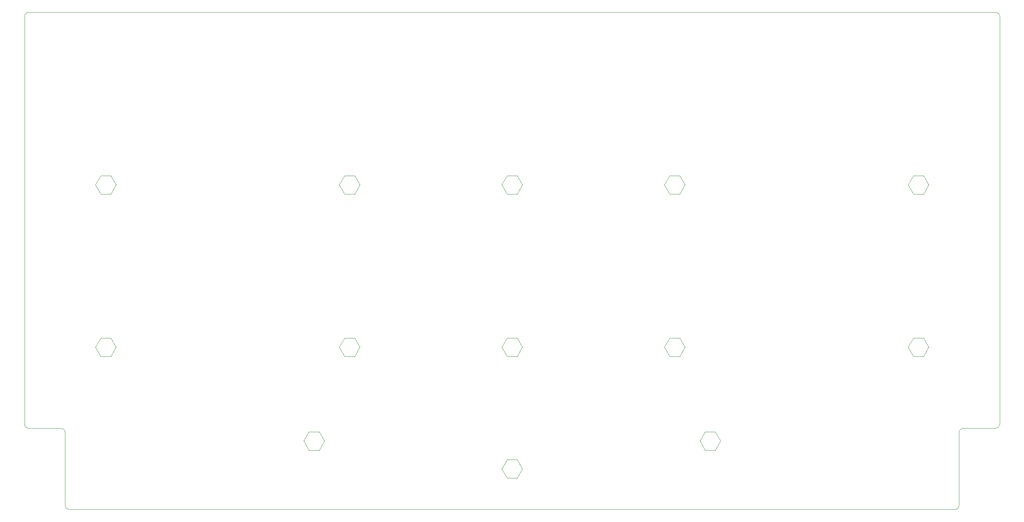
<source format=gbr>
%TF.GenerationSoftware,KiCad,Pcbnew,9.0.1*%
%TF.CreationDate,2025-05-11T16:24:07+09:00*%
%TF.ProjectId,Thinpact,5468696e-7061-4637-942e-6b696361645f,rev?*%
%TF.SameCoordinates,Original*%
%TF.FileFunction,Profile,NP*%
%FSLAX46Y46*%
G04 Gerber Fmt 4.6, Leading zero omitted, Abs format (unit mm)*
G04 Created by KiCad (PCBNEW 9.0.1) date 2025-05-11 16:24:07*
%MOMM*%
%LPD*%
G01*
G04 APERTURE LIST*
%TA.AperFunction,Profile*%
%ADD10C,0.050000*%
%TD*%
%TA.AperFunction,Profile*%
%ADD11C,0.100000*%
%TD*%
G04 APERTURE END LIST*
D10*
X28575000Y-41481250D02*
G75*
G02*
X29575000Y-40481250I1000000J0D01*
G01*
X247650000Y-139112500D02*
X247650000Y-156162500D01*
X256175000Y-40481250D02*
G75*
G02*
X257174950Y-41481250I0J-999950D01*
G01*
X256175000Y-138112500D02*
X248650000Y-138112500D01*
X247650000Y-139112500D02*
G75*
G02*
X248650000Y-138112500I1000000J0D01*
G01*
X247650000Y-156162500D02*
G75*
G02*
X246650000Y-157162500I-1000000J0D01*
G01*
X39100000Y-157162500D02*
G75*
G02*
X38100000Y-156162500I0J1000000D01*
G01*
X29575000Y-138112500D02*
G75*
G02*
X28575000Y-137112500I0J1000000D01*
G01*
X28575000Y-41481250D02*
X28575000Y-137112500D01*
X39100000Y-157162500D02*
X246650000Y-157162500D01*
X256175000Y-40481250D02*
X29575000Y-40481250D01*
X37100000Y-138112500D02*
X29575000Y-138112500D01*
X257175000Y-137112500D02*
G75*
G02*
X256175000Y-138112500I-1000000J0D01*
G01*
X37100000Y-138112500D02*
G75*
G02*
X38100000Y-139112500I0J-1000000D01*
G01*
X38100000Y-156162500D02*
X38100000Y-139112500D01*
X257175000Y-137112500D02*
X257175000Y-41481250D01*
D11*
%TO.C,H11*%
X140475000Y-119062500D02*
X141675000Y-121212500D01*
X141675000Y-116912500D02*
X140475000Y-119062500D01*
X141675000Y-121212500D02*
X144075000Y-121212500D01*
X144075000Y-116912500D02*
X141675000Y-116912500D01*
X144075000Y-121212500D02*
X145275000Y-119062500D01*
X145275000Y-119062500D02*
X144075000Y-116912500D01*
%TO.C,H15*%
X186909534Y-141089181D02*
X188109534Y-143239181D01*
X188109534Y-138939181D02*
X186909534Y-141089181D01*
X188109534Y-143239181D02*
X190509534Y-143239181D01*
X190509534Y-138939181D02*
X188109534Y-138939181D01*
X190509534Y-143239181D02*
X191709534Y-141089181D01*
X191709534Y-141089181D02*
X190509534Y-138939181D01*
%TO.C,H12*%
X178575000Y-119062500D02*
X179775000Y-121212500D01*
X179775000Y-116912500D02*
X178575000Y-119062500D01*
X179775000Y-121212500D02*
X182175000Y-121212500D01*
X182175000Y-116912500D02*
X179775000Y-116912500D01*
X182175000Y-121212500D02*
X183375000Y-119062500D01*
X183375000Y-119062500D02*
X182175000Y-116912500D01*
%TO.C,H9*%
X45225000Y-119062500D02*
X46425000Y-121212500D01*
X46425000Y-116912500D02*
X45225000Y-119062500D01*
X46425000Y-121212500D02*
X48825000Y-121212500D01*
X48825000Y-116912500D02*
X46425000Y-116912500D01*
X48825000Y-121212500D02*
X50025000Y-119062500D01*
X50025000Y-119062500D02*
X48825000Y-116912500D01*
%TO.C,H13*%
X235725000Y-119062500D02*
X236925000Y-121212500D01*
X236925000Y-116912500D02*
X235725000Y-119062500D01*
X236925000Y-121212500D02*
X239325000Y-121212500D01*
X239325000Y-116912500D02*
X236925000Y-116912500D01*
X239325000Y-121212500D02*
X240525000Y-119062500D01*
X240525000Y-119062500D02*
X239325000Y-116912500D01*
%TO.C,H8*%
X235725000Y-80962500D02*
X236925000Y-83112500D01*
X236925000Y-78812500D02*
X235725000Y-80962500D01*
X236925000Y-83112500D02*
X239325000Y-83112500D01*
X239325000Y-78812500D02*
X236925000Y-78812500D01*
X239325000Y-83112500D02*
X240525000Y-80962500D01*
X240525000Y-80962500D02*
X239325000Y-78812500D01*
%TO.C,H10*%
X102375000Y-119062500D02*
X103575000Y-121212500D01*
X103575000Y-116912500D02*
X102375000Y-119062500D01*
X103575000Y-121212500D02*
X105975000Y-121212500D01*
X105975000Y-116912500D02*
X103575000Y-116912500D01*
X105975000Y-121212500D02*
X107175000Y-119062500D01*
X107175000Y-119062500D02*
X105975000Y-116912500D01*
%TO.C,H5*%
X102375000Y-80962500D02*
X103575000Y-83112500D01*
X103575000Y-78812500D02*
X102375000Y-80962500D01*
X103575000Y-83112500D02*
X105975000Y-83112500D01*
X105975000Y-78812500D02*
X103575000Y-78812500D01*
X105975000Y-83112500D02*
X107175000Y-80962500D01*
X107175000Y-80962500D02*
X105975000Y-78812500D01*
%TO.C,H14*%
X94040706Y-141089181D02*
X95240706Y-143239181D01*
X95240706Y-138939181D02*
X94040706Y-141089181D01*
X95240706Y-143239181D02*
X97640706Y-143239181D01*
X97640706Y-138939181D02*
X95240706Y-138939181D01*
X97640706Y-143239181D02*
X98840706Y-141089181D01*
X98840706Y-141089181D02*
X97640706Y-138939181D01*
%TO.C,H6*%
X140475000Y-80962500D02*
X141675000Y-83112500D01*
X141675000Y-78812500D02*
X140475000Y-80962500D01*
X141675000Y-83112500D02*
X144075000Y-83112500D01*
X144075000Y-78812500D02*
X141675000Y-78812500D01*
X144075000Y-83112500D02*
X145275000Y-80962500D01*
X145275000Y-80962500D02*
X144075000Y-78812500D01*
%TO.C,H7*%
X178575000Y-80962500D02*
X179775000Y-83112500D01*
X179775000Y-78812500D02*
X178575000Y-80962500D01*
X179775000Y-83112500D02*
X182175000Y-83112500D01*
X182175000Y-78812500D02*
X179775000Y-78812500D01*
X182175000Y-83112500D02*
X183375000Y-80962500D01*
X183375000Y-80962500D02*
X182175000Y-78812500D01*
%TO.C,H16*%
X140475000Y-147637500D02*
X141675000Y-149787500D01*
X141675000Y-145487500D02*
X140475000Y-147637500D01*
X141675000Y-149787500D02*
X144075000Y-149787500D01*
X144075000Y-145487500D02*
X141675000Y-145487500D01*
X144075000Y-149787500D02*
X145275000Y-147637500D01*
X145275000Y-147637500D02*
X144075000Y-145487500D01*
%TO.C,H4*%
X45225000Y-80962500D02*
X46425000Y-83112500D01*
X46425000Y-78812500D02*
X45225000Y-80962500D01*
X46425000Y-83112500D02*
X48825000Y-83112500D01*
X48825000Y-78812500D02*
X46425000Y-78812500D01*
X48825000Y-83112500D02*
X50025000Y-80962500D01*
X50025000Y-80962500D02*
X48825000Y-78812500D01*
%TD*%
M02*

</source>
